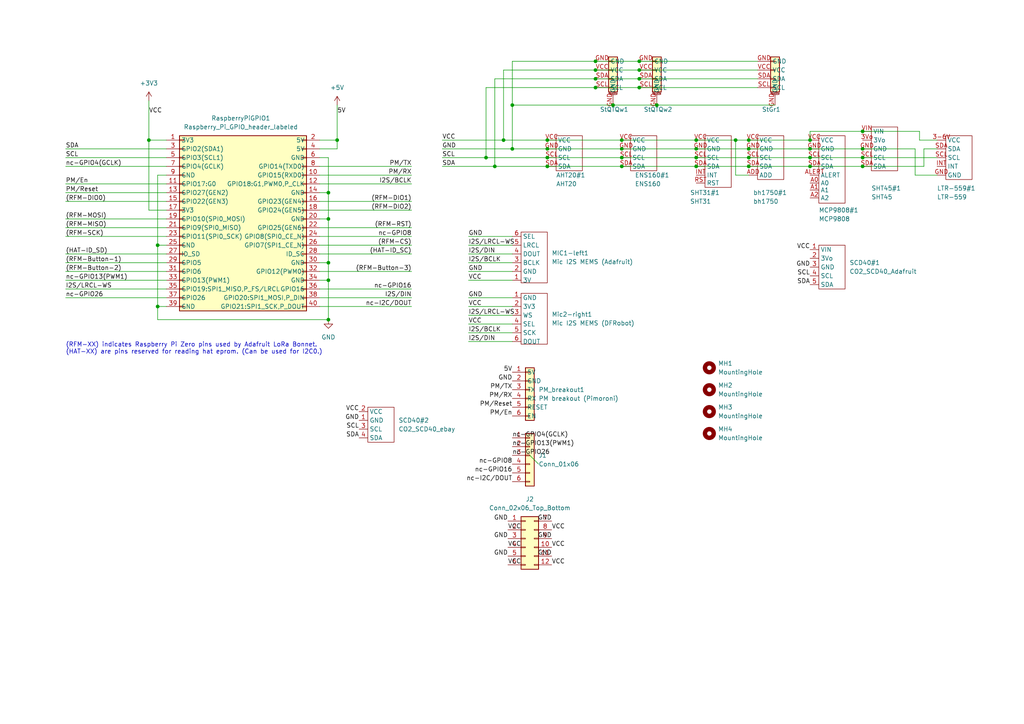
<source format=kicad_sch>
(kicad_sch (version 20230121) (generator eeschema)
  (paper "A4")
  (lib_symbols
    (symbol "Connector_Generic:Conn_01x06" (pin_names (offset 1.016) hide)
      (property "Reference" "J" (at 0 7.62 0))
      (property "Value" "Conn_01x06" (at 0 -10.16 0))
      (symbol "Conn_01x06_1_1"
        (rectangle (start -1.27 -7.493) (end 0 -7.747) (stroke (width 0.1524)))
        (rectangle (start -1.27 -4.953) (end 0 -5.207) (stroke (width 0.1524)))
        (rectangle (start -1.27 -2.413) (end 0 -2.667) (stroke (width 0.1524)))
        (rectangle (start -1.27 0.127) (end 0 -0.127) (stroke (width 0.1524)))
        (rectangle (start -1.27 2.667) (end 0 2.413) (stroke (width 0.1524)))
        (rectangle (start -1.27 5.207) (end 0 4.953) (stroke (width 0.1524)))
        (rectangle (start -1.27 6.35) (end 1.27 -8.89) (stroke (width 0.254)) (fill (type background)))
        (pin passive line (at -5.08 5.08 0) (length 3.81) (name "Pin_1") (number "1"))
        (pin passive line (at -5.08 2.54 0) (length 3.81) (name "Pin_2") (number "2"))
        (pin passive line (at -5.08 0 0) (length 3.81) (name "Pin_3") (number "3"))
        (pin passive line (at -5.08 -2.54 0) (length 3.81) (name "Pin_4") (number "4"))
        (pin passive line (at -5.08 -5.08 0) (length 3.81) (name "Pin_5") (number "5"))
        (pin passive line (at -5.08 -7.62 0) (length 3.81) (name "Pin_6") (number "6"))
      )
    )
    (symbol "Connector_Generic:Conn_02x06_Top_Bottom" (pin_names (offset 1.016) hide)
      (property "Reference" "J" (at 1.27 7.62 0))
      (property "Value" "Conn_02x06_Top_Bottom" (at 1.27 -10.16 0))
      (symbol "Conn_02x06_Top_Bottom_1_1"
        (rectangle (start -1.27 -7.493) (end 0 -7.747) (stroke (width 0.1524)))
        (rectangle (start -1.27 -4.953) (end 0 -5.207) (stroke (width 0.1524)))
        (rectangle (start -1.27 -2.413) (end 0 -2.667) (stroke (width 0.1524)))
        (rectangle (start -1.27 0.127) (end 0 -0.127) (stroke (width 0.1524)))
        (rectangle (start -1.27 2.667) (end 0 2.413) (stroke (width 0.1524)))
        (rectangle (start -1.27 5.207) (end 0 4.953) (stroke (width 0.1524)))
        (rectangle (start -1.27 6.35) (end 3.81 -8.89) (stroke (width 0.254)) (fill (type background)))
        (rectangle (start 3.81 -7.493) (end 2.54 -7.747) (stroke (width 0.1524)))
        (rectangle (start 3.81 -4.953) (end 2.54 -5.207) (stroke (width 0.1524)))
        (rectangle (start 3.81 -2.413) (end 2.54 -2.667) (stroke (width 0.1524)))
        (rectangle (start 3.81 0.127) (end 2.54 -0.127) (stroke (width 0.1524)))
        (rectangle (start 3.81 2.667) (end 2.54 2.413) (stroke (width 0.1524)))
        (rectangle (start 3.81 5.207) (end 2.54 4.953) (stroke (width 0.1524)))
        (pin passive line (at -5.08 5.08 0) (length 3.81) (name "Pin_1") (number "1"))
        (pin passive line (at 7.62 -2.54 180) (length 3.81) (name "Pin_10") (number "10"))
        (pin passive line (at 7.62 -5.08 180) (length 3.81) (name "Pin_11") (number "11"))
        (pin passive line (at 7.62 -7.62 180) (length 3.81) (name "Pin_12") (number "12"))
        (pin passive line (at -5.08 2.54 0) (length 3.81) (name "Pin_2") (number "2"))
        (pin passive line (at -5.08 0 0) (length 3.81) (name "Pin_3") (number "3"))
        (pin passive line (at -5.08 -2.54 0) (length 3.81) (name "Pin_4") (number "4"))
        (pin passive line (at -5.08 -5.08 0) (length 3.81) (name "Pin_5") (number "5"))
        (pin passive line (at -5.08 -7.62 0) (length 3.81) (name "Pin_6") (number "6"))
        (pin passive line (at 7.62 5.08 180) (length 3.81) (name "Pin_7") (number "7"))
        (pin passive line (at 7.62 2.54 180) (length 3.81) (name "Pin_8") (number "8"))
        (pin passive line (at 7.62 0 180) (length 3.81) (name "Pin_9") (number "9"))
      )
    )
    (symbol "Mechanical:MountingHole" (pin_names (offset 1.016))
      (property "Reference" "H" (at 0 5.08 0))
      (property "Value" "MountingHole" (at 0 3.175 0))
      (symbol "MountingHole_0_1"
        (circle (center 0 0) (radius 1.27) (stroke (width 1.27)))
      )
    )
    (symbol "Sensor_footprints:AHT20"
      (property "Reference" "AHT20#" (at 2.54 -11.43 0))
      (property "Value" "AHT20" (at 2.54 -16.51 0))
      (symbol "AHT20_0_1"
        (rectangle (start 0 0) (end 7.62 -10.16))
      )
      (symbol "AHT20_1_1"
        (pin input line (at -2.54 -3.81 0) (length 2.54) (name "GND") (number "GND"))
        (pin bidirectional line (at -2.54 -6.35 0) (length 2.54) (name "SCL") (number "SCL"))
        (pin bidirectional line (at -2.54 -8.89 0) (length 2.54) (name "SDA") (number "SDA"))
        (pin input line (at -2.54 -1.27 0) (length 2.54) (name "VCC") (number "VCC"))
      )
    )
    (symbol "Sensor_footprints:CO2_SCD40_Adafruit"
      (property "Reference" "SCD40#" (at 2.794 -13.716 0))
      (property "Value" "CO2_SCD40_Adafruit" (at 2.032 -15.494 0))
      (symbol "CO2_SCD40_Adafruit_0_1"
        (rectangle (start 0 0) (end 7.62 -12.7))
      )
      (symbol "CO2_SCD40_Adafruit_1_1"
        (pin input line (at -2.54 -1.27 0) (length 2.54) (name "VIN") (number "1"))
        (pin output line (at -2.54 -3.81 0) (length 2.54) (name "3Vo") (number "2"))
        (pin input line (at -2.54 -6.35 0) (length 2.54) (name "GND") (number "3"))
        (pin bidirectional line (at -2.54 -8.89 0) (length 2.54) (name "SCL") (number "4"))
        (pin bidirectional line (at -2.54 -11.43 0) (length 2.54) (name "SDA") (number "5"))
      )
    )
    (symbol "Sensor_footprints:CO2_SCD40_ebay"
      (property "Reference" "SCD40#" (at 2.54 -11.43 0))
      (property "Value" "CO2_SCD40_ebay" (at 2.54 -16.51 0))
      (symbol "CO2_SCD40_ebay_0_1"
        (rectangle (start 0 0) (end 7.62 -10.16))
      )
      (symbol "CO2_SCD40_ebay_1_1"
        (pin input line (at -2.54 -3.81 0) (length 2.54) (name "GND") (number "1"))
        (pin input line (at -2.54 -1.27 0) (length 2.54) (name "VCC") (number "2"))
        (pin bidirectional line (at -2.54 -6.35 0) (length 2.54) (name "SCL") (number "3"))
        (pin bidirectional line (at -2.54 -8.89 0) (length 2.54) (name "SDA") (number "4"))
      )
    )
    (symbol "Sensor_footprints:ENS160"
      (property "Reference" "ENS160#" (at 1.905 -11.43 0))
      (property "Value" "ENS160" (at 1.27 -13.335 0))
      (symbol "ENS160_0_1"
        (rectangle (start 0 0) (end 7.62 -10.16))
      )
      (symbol "ENS160_1_1"
        (pin input line (at -2.54 -3.81 0) (length 2.54) (name "GND") (number "GND"))
        (pin bidirectional line (at -2.54 -6.35 0) (length 2.54) (name "SCL") (number "SCL"))
        (pin bidirectional line (at -2.54 -8.89 0) (length 2.54) (name "SDA") (number "SDA"))
        (pin input line (at -2.54 -1.27 0) (length 2.54) (name "VCC") (number "VCC"))
      )
    )
    (symbol "Sensor_footprints:LTR-559"
      (property "Reference" "LTR-559#" (at 4.572 -13.716 0))
      (property "Value" "LTR-559" (at 4.064 -15.494 0))
      (symbol "LTR-559_0_1"
        (rectangle (start 0 0) (end 7.62 -12.7))
      )
      (symbol "LTR-559_1_1"
        (pin input line (at -2.54 -1.27 0) (length 2.54) (name "VCC") (number "3-6V"))
        (pin input line (at -2.54 -11.43 0) (length 2.54) (name "GND") (number "GND"))
        (pin bidirectional line (at -2.54 -8.89 0) (length 2.54) (name "INT") (number "INT"))
        (pin bidirectional line (at -2.54 -6.35 0) (length 2.54) (name "SCL") (number "SCL"))
        (pin bidirectional line (at -2.54 -3.81 0) (length 2.54) (name "SDA") (number "SDA"))
      )
    )
    (symbol "Sensor_footprints:MCP9808"
      (property "Reference" "MCP9808#" (at 4.826 -21.336 0))
      (property "Value" "MCP9808" (at 4.318 -23.368 0))
      (symbol "MCP9808_0_1"
        (rectangle (start 0 0) (end 7.62 -19.558))
      )
      (symbol "MCP9808_1_1"
        (pin bidirectional line (at -2.54 -13.716 0) (length 2.54) (name "A0") (number "A0"))
        (pin bidirectional line (at -2.54 -15.748 0) (length 2.54) (name "A1") (number "A1"))
        (pin bidirectional line (at -2.54 -18.034 0) (length 2.54) (name "A2") (number "A2"))
        (pin bidirectional line (at -2.54 -11.43 0) (length 2.54) (name "ALERT") (number "ALERT"))
        (pin input line (at -2.54 -3.81 0) (length 2.54) (name "GND") (number "GND"))
        (pin bidirectional line (at -2.54 -6.35 0) (length 2.54) (name "SCL") (number "SCL"))
        (pin bidirectional line (at -2.54 -8.89 0) (length 2.54) (name "SDA") (number "SDA"))
        (pin input line (at -2.54 -1.27 0) (length 2.54) (name "VCC") (number "VCC"))
      )
    )
    (symbol "Sensor_footprints:Mic I2S MEMS (Adafruit)"
      (property "Reference" "MIC" (at 0.508 -16.002 0))
      (property "Value" "Mic I2S MEMS (Adafruit)" (at 2.54 -18.288 0))
      (symbol "Mic I2S MEMS (Adafruit)_0_1"
        (rectangle (start 0 0) (end 7.62 -14.732))
      )
      (symbol "Mic I2S MEMS (Adafruit)_1_1"
        (pin bidirectional line (at -2.54 -13.97 0) (length 2.54) (name "3V") (number "1"))
        (pin bidirectional line (at -2.54 -11.43 0) (length 2.54) (name "GND") (number "2"))
        (pin input line (at -2.54 -8.89 0) (length 2.54) (name "BCLK") (number "3"))
        (pin input line (at -2.54 -6.35 0) (length 2.54) (name "DOUT") (number "4"))
        (pin input line (at -2.54 -3.81 0) (length 2.54) (name "LRCL") (number "5"))
        (pin input line (at -2.54 -1.27 0) (length 2.54) (name "SEL") (number "6"))
      )
    )
    (symbol "Sensor_footprints:Mic I2S MEMS (DFRobot)"
      (property "Reference" "IS2_MEMS_DFROBOT" (at 1.27 -17.018 0))
      (property "Value" "Mic I2S MEMS (DFRobot)" (at 1.27 -22.098 0))
      (symbol "Mic I2S MEMS (DFRobot)_0_1"
        (rectangle (start 0 0) (end 7.62 -14.732))
      )
      (symbol "Mic I2S MEMS (DFRobot)_1_1"
        (pin input line (at -2.54 -1.27 0) (length 2.54) (name "GND") (number "1"))
        (pin input line (at -2.54 -3.81 0) (length 2.54) (name "3V3") (number "2"))
        (pin input line (at -2.54 -6.35 0) (length 2.54) (name "WS") (number "3"))
        (pin input line (at -2.54 -8.89 0) (length 2.54) (name "SEL") (number "4"))
        (pin bidirectional line (at -2.54 -11.43 0) (length 2.54) (name "SCK") (number "5"))
        (pin bidirectional line (at -2.54 -13.97 0) (length 2.54) (name "DOUT") (number "6"))
      )
    )
    (symbol "Sensor_footprints:Raspberry_Pi_GPIO_labeled"
      (property "Reference" "RaspberryPiGPIO" (at 0.508 -52.324 0))
      (property "Value" "Raspberry_Pi_GPIO_header_labeled" (at -1.27 5.334 0))
      (symbol "Raspberry_Pi_GPIO_labeled_0_0"
        (text "" (at -19.812 -9.652 0) (effects (font (size 1.27 1.27))))
      )
      (symbol "Raspberry_Pi_GPIO_labeled_1_1"
        (rectangle (start 0 -49.403) (end 1.27 -49.657) (stroke (width 0.1524)))
        (rectangle (start 0 -46.863) (end 1.27 -47.117) (stroke (width 0.1524)))
        (rectangle (start 0 -44.323) (end 1.27 -44.577) (stroke (width 0.1524)))
        (rectangle (start 0 -41.783) (end 1.27 -42.037) (stroke (width 0.1524)))
        (rectangle (start 0 -39.243) (end 1.27 -39.497) (stroke (width 0.1524)))
        (rectangle (start 0 -36.703) (end 1.27 -36.957) (stroke (width 0.1524)))
        (rectangle (start 0 -34.163) (end 1.27 -34.417) (stroke (width 0.1524)))
        (rectangle (start 0 -31.623) (end 1.27 -31.877) (stroke (width 0.1524)))
        (rectangle (start 0 -29.083) (end 1.27 -29.337) (stroke (width 0.1524)))
        (rectangle (start 0 -26.543) (end 1.27 -26.797) (stroke (width 0.1524)))
        (rectangle (start 0 -24.003) (end 1.27 -24.257) (stroke (width 0.1524)))
        (rectangle (start 0 -21.463) (end 1.27 -21.717) (stroke (width 0.1524)))
        (rectangle (start 0 -18.923) (end 1.27 -19.177) (stroke (width 0.1524)))
        (rectangle (start 0 -16.383) (end 1.27 -16.637) (stroke (width 0.1524)))
        (rectangle (start 0 -13.843) (end 1.27 -14.097) (stroke (width 0.1524)))
        (rectangle (start 0 -11.303) (end 1.27 -11.557) (stroke (width 0.1524)))
        (rectangle (start 0 -8.763) (end 1.27 -9.017) (stroke (width 0.1524)))
        (rectangle (start 0 -6.223) (end 1.27 -6.477) (stroke (width 0.1524)))
        (rectangle (start 0 -3.683) (end 1.27 -3.937) (stroke (width 0.1524)))
        (rectangle (start 0 -1.143) (end 1.27 -1.397) (stroke (width 0.1524)))
        (rectangle (start 0 0) (end 36.83 -50.8) (stroke (width 0.254)) (fill (type background)))
        (rectangle (start 35.5549 -1.1544) (end 36.8249 -1.4084) (stroke (width 0.1524)))
        (rectangle (start 36.8249 -49.4144) (end 35.5549 -49.6684) (stroke (width 0.1524)))
        (rectangle (start 36.8249 -46.8744) (end 35.5549 -47.1284) (stroke (width 0.1524)))
        (rectangle (start 36.8249 -44.3344) (end 35.5549 -44.5884) (stroke (width 0.1524)))
        (rectangle (start 36.8249 -41.7944) (end 35.5549 -42.0484) (stroke (width 0.1524)))
        (rectangle (start 36.8249 -39.2544) (end 35.5549 -39.5084) (stroke (width 0.1524)))
        (rectangle (start 36.8249 -36.7144) (end 35.5549 -36.9684) (stroke (width 0.1524)))
        (rectangle (start 36.8249 -34.1744) (end 35.5549 -34.4284) (stroke (width 0.1524)))
        (rectangle (start 36.8249 -31.6344) (end 35.5549 -31.8884) (stroke (width 0.1524)))
        (rectangle (start 36.8249 -29.0944) (end 35.5549 -29.3484) (stroke (width 0.1524)))
        (rectangle (start 36.8249 -26.5544) (end 35.5549 -26.8084) (stroke (width 0.1524)))
        (rectangle (start 36.8249 -24.0144) (end 35.5549 -24.2684) (stroke (width 0.1524)))
        (rectangle (start 36.8249 -21.4744) (end 35.5549 -21.7284) (stroke (width 0.1524)))
        (rectangle (start 36.8249 -18.9344) (end 35.5549 -19.1884) (stroke (width 0.1524)))
        (rectangle (start 36.8249 -16.3944) (end 35.5549 -16.6484) (stroke (width 0.1524)))
        (rectangle (start 36.8249 -13.8544) (end 35.5549 -14.1084) (stroke (width 0.1524)))
        (rectangle (start 36.8249 -11.3144) (end 35.5549 -11.5684) (stroke (width 0.1524)))
        (rectangle (start 36.8249 -8.7744) (end 35.5549 -9.0284) (stroke (width 0.1524)))
        (rectangle (start 36.8249 -6.2344) (end 35.5549 -6.4884) (stroke (width 0.1524)))
        (rectangle (start 36.8249 -3.6944) (end 35.5549 -3.9484) (stroke (width 0.1524)))
        (pin passive line (at -3.81 -1.27 0) (length 3.81) (name "3V3") (number "1"))
        (pin passive line (at 40.64 -11.43 180) (length 3.81) (name "GPIO15(RXD0)") (number "10"))
        (pin passive line (at -3.81 -13.97 0) (length 3.81) (name "GPIO17:G0") (number "11"))
        (pin passive line (at 40.64 -13.97 180) (length 3.81) (name "GPIO18:G1,PWM0,P_CLK") (number "12"))
        (pin passive line (at -3.81 -16.51 0) (length 3.81) (name "GPIO27(GEN2)") (number "13"))
        (pin passive line (at 40.64 -16.51 180) (length 3.81) (name "GND") (number "14"))
        (pin passive line (at -3.81 -19.05 0) (length 3.81) (name "GPIO22(GEN3)") (number "15"))
        (pin passive line (at 40.64 -19.05 180) (length 3.81) (name "GPIO23(GEN4)") (number "16"))
        (pin passive line (at -3.81 -21.59 0) (length 3.81) (name "3V3") (number "17"))
        (pin passive line (at 40.64 -21.59 180) (length 3.81) (name "GPIO24(GEN5)") (number "18"))
        (pin passive line (at -3.81 -24.13 0) (length 3.81) (name "GPIO10(SPI0_MOSI)") (number "19"))
        (pin passive line (at 40.64 -1.27 180) (length 3.81) (name "5V") (number "2"))
        (pin passive line (at 40.64 -24.13 180) (length 3.81) (name "GND") (number "20"))
        (pin passive line (at -3.81 -26.67 0) (length 3.81) (name "GPIO9(SPI0_MISO)") (number "21"))
        (pin passive line (at 40.64 -26.67 180) (length 3.81) (name "GPIO25(GEN6)") (number "22"))
        (pin passive line (at -3.81 -29.21 0) (length 3.81) (name "GPIO11(SPI0_SCK)") (number "23"))
        (pin passive line (at 40.64 -29.21 180) (length 3.81) (name "GPIO8(SPI0_CE_N)") (number "24"))
        (pin passive line (at -3.81 -31.75 0) (length 3.81) (name "GND") (number "25"))
        (pin passive line (at 40.64 -31.75 180) (length 3.81) (name "GPIO7(SPI1_CE_N)") (number "26"))
        (pin passive line (at -3.81 -34.29 0) (length 3.81) (name "ID_SD") (number "27"))
        (pin passive line (at 40.64 -34.29 180) (length 3.81) (name "ID_SC") (number "28"))
        (pin passive line (at -3.81 -36.83 0) (length 3.81) (name "GPIO5") (number "29"))
        (pin passive line (at -3.81 -3.81 0) (length 3.81) (name "GPIO2(SDA1)") (number "3"))
        (pin passive line (at 40.64 -36.83 180) (length 3.81) (name "GND") (number "30"))
        (pin passive line (at -3.81 -39.37 0) (length 3.81) (name "GPIO6") (number "31"))
        (pin passive line (at 40.64 -39.37 180) (length 3.81) (name "GPIO12(PWM0)") (number "32"))
        (pin passive line (at -3.81 -41.91 0) (length 3.81) (name "GPIO13(PWM1)") (number "33"))
        (pin passive line (at 40.64 -41.91 180) (length 3.81) (name "GND") (number "34"))
        (pin passive line (at -3.81 -44.45 0) (length 3.81) (name "GPIO19:SPI1_MISO,P_FS/LRCL") (number "35"))
        (pin passive line (at 40.64 -44.45 180) (length 3.81) (name "GPIO16") (number "36"))
        (pin passive line (at -3.81 -46.99 0) (length 3.81) (name "GPIO26") (number "37"))
        (pin passive line (at 40.64 -46.99 180) (length 3.81) (name "GPIO20:SPI1_MOSI,P_DIN") (number "38"))
        (pin passive line (at -3.81 -49.53 0) (length 3.81) (name "GND") (number "39"))
        (pin passive line (at 40.64 -3.81 180) (length 3.81) (name "5V") (number "4"))
        (pin passive line (at 40.64 -49.53 180) (length 3.81) (name "GPIO21:SPI1_SCK,P_DOUT") (number "40"))
        (pin passive line (at -3.81 -6.35 0) (length 3.81) (name "GPIO3(SCL1)") (number "5"))
        (pin passive line (at 40.64 -6.35 180) (length 3.81) (name "GND") (number "6"))
        (pin passive line (at -3.81 -8.89 0) (length 3.81) (name "GPIO4(GCLK)") (number "7"))
        (pin passive line (at 40.64 -8.89 180) (length 3.81) (name "GPIO14(TXD0)") (number "8"))
        (pin passive line (at -3.81 -11.43 0) (length 3.81) (name "GND") (number "9"))
      )
    )
    (symbol "Sensor_footprints:SHT31"
      (property "Reference" "SHT31#" (at 0.762 -16.256 0))
      (property "Value" "SHT31" (at 0 -18.288 0))
      (symbol "SHT31_0_1"
        (rectangle (start 0 0) (end 7.62 -14.986))
      )
      (symbol "SHT31_1_1"
        (pin input line (at -2.54 -3.81 0) (length 2.54) (name "GND") (number "GND"))
        (pin bidirectional line (at -2.54 -11.43 0) (length 2.54) (name "INT") (number "INT"))
        (pin bidirectional line (at -2.54 -13.716 0) (length 2.54) (name "RST") (number "RST"))
        (pin bidirectional line (at -2.54 -6.35 0) (length 2.54) (name "SCL") (number "SCL"))
        (pin bidirectional line (at -2.54 -8.89 0) (length 2.54) (name "SDA") (number "SDA"))
        (pin input line (at -2.54 -1.27 0) (length 2.54) (name "VCC") (number "VCC"))
      )
    )
    (symbol "Sensor_footprints:SHT45"
      (property "Reference" "SHT45#" (at 2.794 -13.716 0))
      (property "Value" "SHT45" (at 2.032 -15.494 0))
      (symbol "SHT45_0_1"
        (rectangle (start 0 0) (end 7.62 -12.7))
      )
      (symbol "SHT45_1_1"
        (pin output line (at -2.54 -3.81 0) (length 2.54) (name "3Vo") (number "3Vo"))
        (pin input line (at -2.54 -6.35 0) (length 2.54) (name "GND") (number "GND"))
        (pin bidirectional line (at -2.54 -8.89 0) (length 2.54) (name "SCL") (number "SCL"))
        (pin bidirectional line (at -2.54 -11.43 0) (length 2.54) (name "SDA") (number "SDA"))
        (pin input line (at -2.54 -1.27 0) (length 2.54) (name "VIN") (number "VIN"))
      )
    )
    (symbol "Sensor_footprints:Stemma-Grove (full size, horizontal)"
      (property "Reference" "StGr#" (at 7.366 -12.7 0))
      (property "Value" "Stemma-Grove (full size, horizontal)" (at 22.606 -14.732 0))
      (symbol "Stemma-Grove (full size, horizontal)_1_1"
        (rectangle (start 0 -8.763) (end 1.27 -9.017) (stroke (width 0.1524)))
        (rectangle (start 0 -6.223) (end 1.27 -6.477) (stroke (width 0.1524)))
        (rectangle (start 0 -3.683) (end 1.27 -3.937) (stroke (width 0.1524)))
        (rectangle (start 0 -1.143) (end 1.27 -1.397) (stroke (width 0.1524)))
        (polyline (pts (xy 0.254 -10.922) (xy 2.286 -10.922)) (stroke (width 0.1524)))
        (rectangle (start 0 0) (end 2.54 -10.16) (stroke (width 0.254)) (fill (type background)))
        (text "Mounting" (at 1.27 -10.541 0) (effects (font (size 0.381 0.381))))
        (pin input line (at -3.81 -1.27 0) (length 3.81) (name "GND") (number "GND"))
        (pin passive line (at 1.27 -13.97 90) (length 3.048) (name "GND") (number "GND"))
        (pin bidirectional line (at -3.81 -8.89 0) (length 3.81) (name "SCL") (number "SCL"))
        (pin bidirectional line (at -3.81 -6.35 0) (length 3.81) (name "SDA") (number "SDA"))
        (pin input line (at -3.81 -3.81 0) (length 3.81) (name "VCC") (number "VCC"))
      )
    )
    (symbol "Sensor_footprints:StemmaQT-Qwiic (horizontal)"
      (property "Reference" "StQTQw#" (at 6.096 -12.7 0))
      (property "Value" "StemmaQT-Qwiic (horizontal)" (at 16.256 -14.986 0))
      (symbol "StemmaQT-Qwiic (horizontal)_1_1"
        (rectangle (start 0 -8.763) (end 1.27 -9.017) (stroke (width 0.1524)))
        (rectangle (start 0 -6.223) (end 1.27 -6.477) (stroke (width 0.1524)))
        (rectangle (start 0 -3.683) (end 1.27 -3.937) (stroke (width 0.1524)))
        (rectangle (start 0 -1.143) (end 1.27 -1.397) (stroke (width 0.1524)))
        (polyline (pts (xy 0.254 -10.922) (xy 2.286 -10.922)) (stroke (width 0.1524)))
        (rectangle (start 0 0) (end 2.54 -10.16) (stroke (width 0.254)) (fill (type background)))
        (text "Mounting" (at 1.27 -10.541 0) (effects (font (size 0.381 0.381))))
        (pin input line (at -3.81 -1.27 0) (length 3.81) (name "GND") (number "GND"))
        (pin passive line (at 1.27 -13.97 90) (length 3.048) (name "GND") (number "GND"))
        (pin bidirectional line (at -3.81 -8.89 0) (length 3.81) (name "SCL") (number "SCL"))
        (pin bidirectional line (at -3.81 -6.35 0) (length 3.81) (name "SDA") (number "SDA"))
        (pin input line (at -3.81 -3.81 0) (length 3.81) (name "VCC") (number "VCC"))
      )
    )
    (symbol "Sensor_footprints:bh1750"
      (property "Reference" "bh1750#" (at 4.064 -13.97 0))
      (property "Value" "bh1750" (at 3.556 -15.748 0))
      (symbol "bh1750_0_1"
        (rectangle (start 0 0) (end 7.62 -12.7))
      )
      (symbol "bh1750_1_1"
        (pin bidirectional line (at -2.54 -11.43 0) (length 2.54) (name "ADD") (number "ADD"))
        (pin input line (at -2.54 -3.81 0) (length 2.54) (name "GND") (number "GND"))
        (pin bidirectional line (at -2.54 -6.35 0) (length 2.54) (name "SCL") (number "SCL"))
        (pin bidirectional line (at -2.54 -8.89 0) (length 2.54) (name "SDA") (number "SDA"))
        (pin input line (at -2.54 -1.27 0) (length 2.54) (name "VCC") (number "VCC"))
      )
    )
    (symbol "Sensor_footprints:pm_breakout_(Pimoroni)"
      (property "Reference" "PM_breakout" (at 0.508 -17.272 0))
      (property "Value" "PM breakout (Pimoroni)" (at 6.096 -19.304 0))
      (symbol "pm_breakout_(Pimoroni)_1_1"
        (rectangle (start 0 -13.843) (end 1.27 -14.097) (stroke (width 0.1524)))
        (rectangle (start 0 -11.303) (end 1.27 -11.557) (stroke (width 0.1524)))
        (rectangle (start 0 -8.763) (end 1.27 -9.017) (stroke (width 0.1524)))
        (rectangle (start 0 -6.223) (end 1.27 -6.477) (stroke (width 0.1524)))
        (rectangle (start 0 -3.683) (end 1.27 -3.937) (stroke (width 0.1524)))
        (rectangle (start 0 -1.143) (end 1.27 -1.397) (stroke (width 0.1524)))
        (rectangle (start 0 0) (end 2.54 -15.24) (stroke (width 0.254)) (fill (type background)))
        (pin passive line (at -3.81 -1.27 0) (length 3.81) (name "5V") (number "1"))
        (pin passive line (at -3.81 -3.81 0) (length 3.81) (name "GND") (number "2"))
        (pin passive line (at -3.81 -6.35 0) (length 3.81) (name "TX") (number "3"))
        (pin passive line (at -3.81 -8.89 0) (length 3.81) (name "RX") (number "4"))
        (pin passive line (at -3.81 -11.43 0) (length 3.81) (name "RESET") (number "5"))
        (pin passive line (at -3.81 -13.97 0) (length 3.81) (name "EN") (number "6"))
      )
    )
    (symbol "StemmaQT-Qwiic (horizontal)_1"
      (property "Reference" "StQTQw#" (at 6.096 -12.7 0))
      (property "Value" "StemmaQT-Qwiic (horizontal)" (at 16.256 -14.986 0))
      (symbol "StemmaQT-Qwiic (horizontal)_1_1_1"
        (rectangle (start 0 -8.763) (end 1.27 -9.017) (stroke (width 0.1524)))
        (rectangle (start 0 -6.223) (end 1.27 -6.477) (stroke (width 0.1524)))
        (rectangle (start 0 -3.683) (end 1.27 -3.937) (stroke (width 0.1524)))
        (rectangle (start 0 -1.143) (end 1.27 -1.397) (stroke (width 0.1524)))
        (polyline (pts (xy 0.254 -10.922) (xy 2.286 -10.922)) (stroke (width 0.1524)))
        (rectangle (start 0 0) (end 2.54 -10.16) (stroke (width 0.254)) (fill (type background)))
        (text "Mounting" (at 1.27 -10.541 0) (effects (font (size 0.381 0.381))))
        (pin input line (at -3.81 -1.27 0) (length 3.81) (name "GND") (number "GND"))
        (pin passive line (at 1.27 -13.97 90) (length 3.048) (name "GND") (number "GND"))
        (pin bidirectional line (at -3.81 -8.89 0) (length 3.81) (name "SCL") (number "SCL"))
        (pin bidirectional line (at -3.81 -6.35 0) (length 3.81) (name "SDA") (number "SDA"))
        (pin input line (at -3.81 -3.81 0) (length 3.81) (name "VCC") (number "VCC"))
      )
    )
    (symbol "power:+3V3" (power) (pin_names (offset 0))
      (property "Value" "+3V3" (at 0 3.556 0))
      (symbol "+3V3_0_1"
        (polyline (pts (xy -0.762 1.27) (xy 0 2.54)))
        (polyline (pts (xy 0 0) (xy 0 2.54)))
        (polyline (pts (xy 0 2.54) (xy 0.762 1.27)))
      )
      (symbol "+3V3_1_1"
        (pin power_in line (at 0 0 90) (length 0) hide (name "+3V3") (number "1"))
      )
    )
    (symbol "power:+5V" (power) (pin_names (offset 0))
      (property "Value" "+5V" (at 0 3.556 0))
      (symbol "+5V_0_1"
        (polyline (pts (xy -0.762 1.27) (xy 0 2.54)))
        (polyline (pts (xy 0 0) (xy 0 2.54)))
        (polyline (pts (xy 0 2.54) (xy 0.762 1.27)))
      )
      (symbol "+5V_1_1"
        (pin power_in line (at 0 0 90) (length 0) hide (name "+5V") (number "1"))
      )
    )
    (symbol "power:GND" (power) (pin_names (offset 0))
      (property "Value" "GND" (at 0 -3.81 0))
      (symbol "GND_0_1"
        (polyline (pts (xy 0 0) (xy 0 -1.27) (xy 1.27 -1.27) (xy 0 -2.54) (xy -1.27 -1.27) (xy 0 -1.27)))
      )
      (symbol "GND_1_1"
        (pin power_in line (at 0 0 270) (length 0) hide (name "GND") (number "1"))
      )
    )
  )
  (junction (at 201.93 40.64))
  (junction (at 158.75 40.64))
  (junction (at 172.72 22.86))
  (junction (at 140.97 45.72))
  (junction (at 190.5 30.48))
  (junction (at 45.72 88.9))
  (junction (at 217.17 43.18))
  (junction (at 180.34 40.64))
  (junction (at 177.8 30.48))
  (junction (at 148.59 43.18))
  (junction (at 185.42 20.32))
  (junction (at 158.75 43.18))
  (junction (at 201.93 45.72))
  (junction (at 158.75 45.72))
  (junction (at 234.95 43.18))
  (junction (at 234.95 48.26))
  (junction (at 217.17 48.26))
  (junction (at 250.19 45.72))
  (junction (at 172.72 17.78))
  (junction (at 97.79 40.64))
  (junction (at 201.93 48.26))
  (junction (at 43.18 40.64))
  (junction (at 185.42 25.4))
  (junction (at 217.17 45.72))
  (junction (at 95.25 81.28))
  (junction (at 180.34 43.18))
  (junction (at 250.19 38.1))
  (junction (at 45.72 71.12))
  (junction (at 185.42 22.86))
  (junction (at 95.25 76.2))
  (junction (at 143.51 48.26))
  (junction (at 95.25 63.5))
  (junction (at 201.93 43.18))
  (junction (at 180.34 45.72))
  (junction (at 146.05 40.64))
  (junction (at 95.25 55.88))
  (junction (at 250.19 43.18))
  (junction (at 217.17 40.64))
  (junction (at 95.25 92.71))
  (junction (at 148.59 30.48))
  (junction (at 234.95 40.64))
  (junction (at 234.95 45.72))
  (junction (at 172.72 20.32))
  (junction (at 213.36 40.64))
  (junction (at 172.72 25.4))
  (junction (at 180.34 48.26))
  (junction (at 250.19 48.26))
  (junction (at 185.42 17.78))
  (junction (at 158.75 48.26))
  (bus_entry (at 153.67 132.08) (size 2.54 2.54))
  (wire (pts (xy 48.26 63.5) (xy 19.05 63.5)))
  (wire (pts (xy 190.5 30.48) (xy 224.79 30.48)))
  (wire (pts (xy 92.71 68.58) (xy 119.38 68.58)))
  (wire (pts (xy 19.05 66.04) (xy 48.26 66.04)))
  (wire (pts (xy 143.51 48.26) (xy 143.51 22.86)))
  (wire (pts (xy 180.34 40.64) (xy 201.93 40.64)))
  (wire (pts (xy 180.34 48.26) (xy 201.93 48.26)))
  (wire (pts (xy 148.59 17.78) (xy 172.72 17.78)))
  (wire (pts (xy 158.75 45.72) (xy 180.34 45.72)))
  (wire (pts (xy 135.89 71.12) (xy 148.59 71.12)))
  (wire (pts (xy 43.18 40.64) (xy 43.18 60.96)))
  (wire (pts (xy 92.71 66.04) (xy 119.38 66.04)))
  (wire (pts (xy 95.25 81.28) (xy 95.25 92.71)))
  (wire (pts (xy 201.93 40.64) (xy 213.36 40.64)))
  (wire (pts (xy 19.05 48.26) (xy 48.26 48.26)))
  (wire (pts (xy 128.27 40.64) (xy 146.05 40.64)))
  (wire (pts (xy 19.05 68.58) (xy 48.26 68.58)))
  (wire (pts (xy 135.89 96.52) (xy 148.59 96.52)))
  (wire (pts (xy 185.42 22.86) (xy 219.71 22.86)))
  (wire (pts (xy 158.75 40.64) (xy 180.34 40.64)))
  (wire (pts (xy 19.05 55.88) (xy 48.26 55.88)))
  (wire (pts (xy 148.59 30.48) (xy 148.59 43.18)))
  (wire (pts (xy 45.72 50.8) (xy 45.72 71.12)))
  (wire (pts (xy 158.75 48.26) (xy 180.34 48.26)))
  (wire (pts (xy 43.18 60.96) (xy 48.26 60.96)))
  (wire (pts (xy 135.89 76.2) (xy 148.59 76.2)))
  (wire (pts (xy 234.95 43.18) (xy 250.19 43.18)))
  (wire (pts (xy 234.95 48.26) (xy 250.19 48.26)))
  (wire (pts (xy 217.17 40.64) (xy 234.95 40.64)))
  (wire (pts (xy 250.19 43.18) (xy 265.43 43.18)))
  (wire (pts (xy 135.89 78.74) (xy 148.59 78.74)))
  (wire (pts (xy 201.93 48.26) (xy 217.17 48.26)))
  (wire (pts (xy 172.72 25.4) (xy 185.42 25.4)))
  (wire (pts (xy 234.95 45.72) (xy 250.19 45.72)))
  (wire (pts (xy 135.89 93.98) (xy 148.59 93.98)))
  (wire (pts (xy 97.79 40.64) (xy 92.71 40.64)))
  (wire (pts (xy 92.71 86.36) (xy 119.38 86.36)))
  (wire (pts (xy 95.25 76.2) (xy 95.25 81.28)))
  (wire (pts (xy 97.79 43.18) (xy 92.71 43.18)))
  (wire (pts (xy 135.89 73.66) (xy 148.59 73.66)))
  (wire (pts (xy 140.97 25.4) (xy 172.72 25.4)))
  (wire (pts (xy 180.34 43.18) (xy 201.93 43.18)))
  (wire (pts (xy 135.89 99.06) (xy 148.59 99.06)))
  (wire (pts (xy 148.59 30.48) (xy 148.59 17.78)))
  (wire (pts (xy 95.25 76.2) (xy 92.71 76.2)))
  (wire (pts (xy 95.25 81.28) (xy 92.71 81.28)))
  (wire (pts (xy 95.25 55.88) (xy 92.71 55.88)))
  (wire (pts (xy 135.89 81.28) (xy 148.59 81.28)))
  (wire (pts (xy 92.71 58.42) (xy 119.38 58.42)))
  (wire (pts (xy 92.71 88.9) (xy 119.38 88.9)))
  (wire (pts (xy 92.71 50.8) (xy 119.38 50.8)))
  (wire (pts (xy 234.95 38.1) (xy 250.19 38.1)))
  (wire (pts (xy 250.19 45.72) (xy 271.78 45.72)))
  (wire (pts (xy 92.71 53.34) (xy 119.38 53.34)))
  (wire (pts (xy 185.42 25.4) (xy 219.71 25.4)))
  (wire (pts (xy 45.72 92.71) (xy 95.25 92.71)))
  (wire (pts (xy 19.05 76.2) (xy 48.26 76.2)))
  (wire (pts (xy 265.43 50.8) (xy 265.43 43.18)))
  (wire (pts (xy 128.27 43.18) (xy 148.59 43.18)))
  (wire (pts (xy 267.97 43.18) (xy 267.97 48.26)))
  (wire (pts (xy 148.59 43.18) (xy 158.75 43.18)))
  (wire (pts (xy 45.72 88.9) (xy 45.72 92.71)))
  (wire (pts (xy 140.97 45.72) (xy 140.97 25.4)))
  (wire (pts (xy 92.71 73.66) (xy 119.38 73.66)))
  (wire (pts (xy 201.93 43.18) (xy 217.17 43.18)))
  (wire (pts (xy 92.71 71.12) (xy 119.38 71.12)))
  (wire (pts (xy 148.59 30.48) (xy 177.8 30.48)))
  (wire (pts (xy 43.18 40.64) (xy 48.26 40.64)))
  (wire (pts (xy 217.17 48.26) (xy 234.95 48.26)))
  (wire (pts (xy 97.79 30.48) (xy 97.79 40.64)))
  (wire (pts (xy 97.79 40.64) (xy 97.79 43.18)))
  (wire (pts (xy 19.05 45.72) (xy 48.26 45.72)))
  (wire (pts (xy 266.7 38.1) (xy 250.19 38.1)))
  (wire (pts (xy 140.97 45.72) (xy 158.75 45.72)))
  (wire (pts (xy 48.26 43.18) (xy 19.05 43.18)))
  (wire (pts (xy 19.05 78.74) (xy 48.26 78.74)))
  (wire (pts (xy 45.72 71.12) (xy 45.72 88.9)))
  (wire (pts (xy 172.72 17.78) (xy 185.42 17.78)))
  (wire (pts (xy 201.93 45.72) (xy 217.17 45.72)))
  (wire (pts (xy 128.27 45.72) (xy 140.97 45.72)))
  (wire (pts (xy 172.72 22.86) (xy 185.42 22.86)))
  (wire (pts (xy 45.72 71.12) (xy 48.26 71.12)))
  (wire (pts (xy 217.17 43.18) (xy 234.95 43.18)))
  (wire (pts (xy 92.71 78.74) (xy 119.38 78.74)))
  (wire (pts (xy 43.18 29.21) (xy 43.18 40.64)))
  (wire (pts (xy 95.25 63.5) (xy 95.25 76.2)))
  (wire (pts (xy 146.05 40.64) (xy 158.75 40.64)))
  (wire (pts (xy 217.17 45.72) (xy 234.95 45.72)))
  (wire (pts (xy 146.05 40.64) (xy 146.05 20.32)))
  (wire (pts (xy 271.78 43.18) (xy 267.97 43.18)))
  (wire (pts (xy 135.89 88.9) (xy 148.59 88.9)))
  (wire (pts (xy 95.25 63.5) (xy 92.71 63.5)))
  (wire (pts (xy 185.42 20.32) (xy 219.71 20.32)))
  (wire (pts (xy 172.72 20.32) (xy 185.42 20.32)))
  (wire (pts (xy 95.25 45.72) (xy 92.71 45.72)))
  (wire (pts (xy 48.26 73.66) (xy 19.05 73.66)))
  (wire (pts (xy 143.51 48.26) (xy 158.75 48.26)))
  (wire (pts (xy 271.78 50.8) (xy 265.43 50.8)))
  (wire (pts (xy 234.95 38.1) (xy 234.95 40.64)))
  (wire (pts (xy 19.05 58.42) (xy 48.26 58.42)))
  (wire (pts (xy 92.71 48.26) (xy 119.38 48.26)))
  (wire (pts (xy 19.05 83.82) (xy 48.26 83.82)))
  (wire (pts (xy 271.78 40.64) (xy 266.7 40.64)))
  (wire (pts (xy 135.89 86.36) (xy 148.59 86.36)))
  (wire (pts (xy 143.51 22.86) (xy 172.72 22.86)))
  (wire (pts (xy 180.34 45.72) (xy 201.93 45.72)))
  (wire (pts (xy 45.72 88.9) (xy 48.26 88.9)))
  (wire (pts (xy 92.71 83.82) (xy 119.38 83.82)))
  (wire (pts (xy 146.05 20.32) (xy 172.72 20.32)))
  (wire (pts (xy 92.71 60.96) (xy 119.38 60.96)))
  (wire (pts (xy 213.36 40.64) (xy 217.17 40.64)))
  (wire (pts (xy 128.27 48.26) (xy 143.51 48.26)))
  (wire (pts (xy 158.75 43.18) (xy 180.34 43.18)))
  (wire (pts (xy 213.36 40.64) (xy 213.36 50.8)))
  (wire (pts (xy 48.26 53.34) (xy 19.05 53.34)))
  (wire (pts (xy 95.25 45.72) (xy 95.25 55.88)))
  (wire (pts (xy 45.72 50.8) (xy 48.26 50.8)))
  (wire (pts (xy 48.26 81.28) (xy 19.05 81.28)))
  (wire (pts (xy 135.89 68.58) (xy 148.59 68.58)))
  (wire (pts (xy 95.25 55.88) (xy 95.25 63.5)))
  (wire (pts (xy 135.89 91.44) (xy 148.59 91.44)))
  (wire (pts (xy 266.7 40.64) (xy 266.7 38.1)))
  (wire (pts (xy 177.8 30.48) (xy 190.5 30.48)))
  (wire (pts (xy 19.05 86.36) (xy 48.26 86.36)))
  (wire (pts (xy 250.19 48.26) (xy 267.97 48.26)))
  (wire (pts (xy 185.42 17.78) (xy 219.71 17.78)))
  (wire (pts (xy 213.36 50.8) (xy 217.17 50.8)))
  (text "(RFM-XX) indicates Raspberry Pi Zero pins used by Adafruit LoRa Bonnet.\n(HAT-XX) are pins reserved for reading hat eprom. (Can be used for I2C0.)" (at 19.05 102.87 0) (effects (font (size 1.27 1.27)) (justify left bottom)))
  (label "I2S{slash}DIN" (at 135.89 99.06 0))
  (label "GND" (at 135.89 86.36 0))
  (label "(RFM-DIO2)" (at 119.38 60.96 180))
  (label "VCC" (at 147.32 153.67 0))
  (label "PM{slash}En" (at 19.05 53.34 0))
  (label "nc-GPIO13(PWM1)" (at 19.05 81.28 0))
  (label "PM{slash}TX" (at 119.38 48.26 180))
  (label "SCL" (at 104.14 124.46 180))
  (label "VCC" (at 147.32 158.75 0))
  (label "5V" (at 148.59 107.95 180))
  (label "VCC" (at 135.89 88.9 0))
  (label "GND" (at 104.14 121.92 180) (effects (font (size 1.2446 1.2446))))
  (label "I2S{slash}BCLK" (at 135.89 76.2 0))
  (label "nc-GPIO8" (at 119.38 68.58 180))
  (label "GND" (at 147.32 156.21 180))
  (label "VCC" (at 147.32 163.83 0))
  (label "SDA" (at 19.05 43.18 0))
  (label "SCL" (at 234.95 80.01 180))
  (label "PM{slash}RX" (at 148.59 115.57 180))
  (label "(HAT-ID_SD)" (at 19.05 73.66 0))
  (label "(RFM-DIO0)" (at 19.05 58.42 0))
  (label "GND" (at 148.59 110.49 180))
  (label "nc-I2C{slash}DOUT" (at 148.59 139.7 180))
  (label "I2S{slash}DIN" (at 135.89 73.66 0))
  (label "SDA" (at 128.27 48.26 0))
  (label "VCC" (at 160.02 153.67 0))
  (label "(RFM-Button-3)" (at 119.38 78.74 180))
  (label "VCC" (at 234.95 72.39 180))
  (label "(RFM-Button-1)" (at 19.05 76.2 0))
  (label "nc-GPIO16" (at 148.59 137.16 180))
  (label "PM{slash}Reset" (at 148.59 118.11 180))
  (label "VCC" (at 135.89 81.28 0))
  (label "PM{slash}TX" (at 148.59 113.03 180))
  (label "5V" (at 97.79 33.02 0))
  (label "GND" (at 135.89 68.58 0))
  (label "(HAT-ID_SC)" (at 119.38 73.66 180))
  (label "I2S{slash}LRCL-WS" (at 19.05 83.82 0))
  (label "GND" (at 147.32 161.29 180))
  (label "GND" (at 128.27 43.18 0) (effects (font (size 1.2446 1.2446))))
  (label "nc-GPIO8" (at 148.59 134.62 180))
  (label "GND" (at 160.02 156.21 180))
  (label "I2S{slash}BCLK" (at 135.89 96.52 0))
  (label "VCC" (at 128.27 40.64 0))
  (label "I2S{slash}DIN" (at 119.38 86.36 180))
  (label "PM{slash}Reset" (at 19.05 55.88 0))
  (label "nc-GPIO13(PWM1)" (at 148.59 129.54 0))
  (label "GND" (at 147.32 151.13 180))
  (label "nc-GPIO16" (at 119.38 83.82 180))
  (label "VCC" (at 43.18 33.02 0))
  (label "GND" (at 160.02 151.13 180))
  (label "(RFM-Button-2)" (at 19.05 78.74 0))
  (label "(RFM-SCK)" (at 19.05 68.58 0))
  (label "SDA" (at 234.95 82.55 180))
  (label "nc-GPIO4(GCLK)" (at 19.05 48.26 0))
  (label "nc-GPIO26" (at 148.59 132.08 0))
  (label "(RFM-MOSI)" (at 19.05 63.5 0))
  (label "(RFM-MISO)" (at 19.05 66.04 0))
  (label "nc-GPIO4(GCLK)" (at 148.59 127 0))
  (label "(RFM-RST)" (at 119.38 66.04 180))
  (label "SCL" (at 19.05 45.72 0))
  (label "PM{slash}RX" (at 119.38 50.8 180))
  (label "GND" (at 135.89 78.74 0))
  (label "(RFM-DIO1)" (at 119.38 58.42 180))
  (label "(RFM-CS)" (at 119.38 71.12 180))
  (label "I2S{slash}BCLK" (at 119.38 53.34 180))
  (label "nc-I2C{slash}DOUT" (at 119.38 88.9 180))
  (label "VCC" (at 160.02 163.83 0))
  (label "I2S{slash}LRCL-WS" (at 135.89 71.12 0))
  (label "VCC" (at 135.89 93.98 0))
  (label "GND" (at 160.02 161.29 180))
  (label "GND" (at 234.95 77.47 180) (effects (font (size 1.2446 1.2446))))
  (label "VCC" (at 160.02 158.75 0))
  (label "PM{slash}En" (at 148.59 120.65 180))
  (label "SDA" (at 104.14 127 180))
  (label "VCC" (at 104.14 119.38 180))
  (label "I2S{slash}LRCL-WS" (at 135.89 91.44 0))
  (label "nc-GPIO26" (at 19.05 86.36 0))
  (label "SCL" (at 128.27 45.72 0))
  (symbol (lib_id "Sensor_footprints:Stemma-Grove (full size, horizontal)") (at 223.52 16.51 0) (unit 1)
    (property "Reference" "StGr1" (at 220.98 31.75 0) (effects (justify left)))
    (property "Value" "Stemma-Grove (full size, horizontal)" (effects hide))
    (property "Footprint" "sensor_footprints:Stemma-Grove (full size, horizontal)" (effects hide))
    (property "LCSC" "C519170" (effects hide))
    (property "LCSC-URL" "https://www.lcsc.com/product-detail/Wire-To-Board-Wire-To-Wire-Connector_XKB-Connectivity-X2016WRS-04-9TSW_C519170.html" (effects hide))
  )
  (symbol (lib_name "StemmaQT-Qwiic (horizontal)_1") (lib_id "Sensor_footprints:StemmaQT-Qwiic (horizontal)") (at 176.53 16.51 0) (unit 1)
    (property "Reference" "StQTQw1" (at 173.99 31.75 0) (effects (justify left)))
    (property "Value" "StemmaQT-Qwiic (horizontal)" (effects hide))
    (property "Footprint" "sensor_footprints:StemmaQT-Qwiic (horizontal)" (effects hide))
    (property "LCSC" "C145956" (effects hide))
    (property "LCSC-URL" "https://www.lcsc.com/product-detail/Wire-To-Board-Wire-To-Wire-Connector_BOOMELE-Boom-Precision-Elec-C145956_C145956.html" (effects hide))
  )
  (symbol (lib_id "Mechanical:MountingHole") (at 205.74 119.38 0) (unit 1)
    (property "Reference" "MH3" (at 208.28 118.11 0) (effects (justify left)))
    (property "Value" "MountingHole" (at 208.28 120.65 0) (effects (justify left)))
  )
  (symbol (lib_id "Sensor_footprints:SHT31") (at 204.47 39.37 0) (unit 1)
    (property "Reference" "SHT31#1" (at 204.47 55.88 0))
    (property "Value" "SHT31" (at 203.2 58.42 0))
    (property "Footprint" "sensor_footprints:SHT31 (DFR, Fermion)" (effects hide))
  )
  (symbol (lib_id "Sensor_footprints:MCP9808") (at 237.49 39.37 0) (unit 1)
    (property "Reference" "MCP9808#1" (at 237.49 60.96 0) (effects (justify left)))
    (property "Value" "MCP9808" (at 237.49 63.5 0) (effects (justify left)))
    (property "Footprint" "sensor_footprints:MCP9808 (Adafruit, original version)" (effects hide))
  )
  (symbol (lib_id "Sensor_footprints:bh1750") (at 219.71 39.37 0) (unit 1)
    (property "Reference" "bh1750#1" (at 218.44 55.88 0) (effects (justify left)))
    (property "Value" "bh1750" (at 218.44 58.42 0) (effects (justify left)))
    (property "Footprint" "sensor_footprints:bh1750 (DFROBOT, Fermion)" (effects hide))
  )
  (symbol (lib_id "Sensor_footprints:LTR-559") (at 274.32 39.37 0) (unit 1)
    (property "Reference" "LTR-559#1" (at 271.78 54.61 0) (effects (justify left)))
    (property "Value" "LTR-559" (at 271.78 57.15 0) (effects (justify left)))
    (property "Footprint" "sensor_footprints:LTR-559 (Pimoroni)" (effects hide))
  )
  (symbol (lib_id "Connector_Generic:Conn_02x06_Top_Bottom") (at 152.4 156.21 0) (unit 1)
    (property "Reference" "J2" (at 153.67 144.78 0))
    (property "Value" "Conn_02x06_Top_Bottom" (at 153.67 147.32 0))
    (property "Footprint" "Connector_PinHeader_2.54mm:PinHeader_2x06_P2.54mm_Vertical" (effects hide))
    (property "LCSC" "C6332209" (effects hide))
  )
  (symbol (lib_id "Connector_Generic:Conn_01x06") (at 153.67 132.08 0) (unit 1)
    (property "Reference" "J1" (at 156.21 132.08 0) (effects (justify left)))
    (property "Value" "Conn_01x06" (at 156.21 134.62 0) (effects (justify left)))
    (property "Footprint" "Connector_PinHeader_2.54mm:PinHeader_1x06_P2.54mm_Vertical" (effects hide))
  )
  (symbol (lib_id "power:GND") (at 95.25 92.71 0) (unit 1)
    (property "Reference" "#PWR01" (effects hide))
    (property "Value" "GND" (at 95.25 97.79 0))
  )
  (symbol (lib_id "Mechanical:MountingHole") (at 205.74 106.68 0) (unit 1)
    (property "Reference" "MH1" (at 208.28 105.41 0) (effects (justify left)))
    (property "Value" "MountingHole" (at 208.28 107.95 0) (effects (justify left)))
  )
  (symbol (lib_id "Sensor_footprints:pm_breakout_(Pimoroni)") (at 152.4 106.68 0) (unit 1)
    (property "Reference" "PM_breakout1" (at 156.21 113.03 0) (effects (justify left)))
    (property "Value" "PM breakout (Pimoroni)" (at 156.21 115.57 0) (effects (justify left)))
    (property "Footprint" "sensor_footprints:Particulate Matter Sensor Breakout (for PMS5003)" (effects hide))
  )
  (symbol (lib_id "Sensor_footprints:SHT45") (at 252.73 36.83 0) (unit 1)
    (property "Reference" "SHT45#1" (at 252.73 54.61 0) (effects (justify left)))
    (property "Value" "SHT45" (at 252.73 57.15 0) (effects (justify left)))
    (property "Footprint" "sensor_footprints:SHT45 (Adafruit)" (effects hide))
  )
  (symbol (lib_id "Mechanical:MountingHole") (at 205.74 125.73 0) (unit 1)
    (property "Reference" "MH4" (at 208.28 124.46 0) (effects (justify left)))
    (property "Value" "MountingHole" (at 208.28 127 0) (effects (justify left)))
  )
  (symbol (lib_id "Sensor_footprints:AHT20") (at 161.29 39.37 0) (unit 1)
    (property "Reference" "AHT20#1" (at 161.29 50.8 0) (effects (justify left)))
    (property "Value" "AHT20" (at 161.29 53.34 0) (effects (justify left)))
    (property "Footprint" "sensor_footprints:AHT20 (Adafruit)" (effects hide))
  )
  (symbol (lib_id "Sensor_footprints:Mic I2S MEMS (DFRobot)") (at 151.13 85.09 0) (unit 1)
    (property "Reference" "Mic2-right1" (at 160.02 91.186 0) (effects (justify left)))
    (property "Value" "Mic I2S MEMS (DFRobot)" (at 160.02 93.726 0) (effects (justify left)))
    (property "Footprint" "sensor_footprints:Mic I2S MEMS (DFRobot)" (effects hide))
  )
  (symbol (lib_id "power:+5V") (at 97.79 30.48 0) (unit 1)
    (property "Reference" "#PWR03" (effects hide))
    (property "Value" "+5V" (at 97.79 25.4 0))
  )
  (symbol (lib_id "Sensor_footprints:CO2_SCD40_Adafruit") (at 237.49 71.12 0) (unit 1)
    (property "Reference" "SCD40#1" (at 246.38 76.2 0) (effects (justify left)))
    (property "Value" "CO2_SCD40_Adafruit" (at 246.38 78.74 0) (effects (justify left)))
    (property "Footprint" "sensor_footprints:SCD40 CO2 (Adafruit)" (effects hide))
  )
  (symbol (lib_id "Sensor_footprints:StemmaQT-Qwiic (horizontal)") (at 189.23 16.51 0) (unit 1)
    (property "Reference" "StQTQw2" (at 186.69 31.75 0) (effects (justify left)))
    (property "Value" "StemmaQT-Qwiic (horizontal)" (effects hide))
    (property "Footprint" "sensor_footprints:StemmaQT-Qwiic (horizontal)" (effects hide))
    (property "LCSC" "C145956" (effects hide))
    (property "LCSC-URL" "https://www.lcsc.com/product-detail/Wire-To-Board-Wire-To-Wire-Connector_BOOMELE-Boom-Precision-Elec-C145956_C145956.html" (effects hide))
  )
  (symbol (lib_id "Sensor_footprints:Raspberry_Pi_GPIO_labeled") (at 52.07 39.37 0) (unit 1)
    (property "Reference" "RaspberryPiGPIO1" (at 69.85 34.29 0))
    (property "Value" "Raspberry_Pi_GPIO_header_labeled" (at 69.85 36.83 0))
    (property "Footprint" "Connector_PinHeader_2.54mm:PinHeader_2x20_P2.54mm_Vertical" (effects hide))
    (property "LCSC" "C5224014" (effects hide))
    (property "LCSC-URL" "https://www.lcsc.com/product-detail/span-style-background-color-ff0-Pin-span-Headers_ZHOURI-PZ2-54-2-20_C5224014.html" (effects hide))
  )
  (symbol (lib_id "Sensor_footprints:Mic I2S MEMS (Adafruit)") (at 151.13 67.31 0) (unit 1)
    (property "Reference" "MIC1-left1" (at 160.02 73.406 0) (effects (justify left)))
    (property "Value" "Mic I2S MEMS (Adafruit)" (at 160.02 75.946 0) (effects (justify left)))
    (property "Footprint" "sensor_footprints:Mic I2S MEMS (Adafruit)" (effects hide))
  )
  (symbol (lib_id "power:+3V3") (at 43.18 29.21 0) (unit 1)
    (property "Reference" "#PWR02" (effects hide))
    (property "Value" "+3V3" (at 43.18 24.13 0))
  )
  (symbol (lib_id "Sensor_footprints:ENS160") (at 182.88 39.37 0) (unit 1)
    (property "Reference" "ENS160#1" (at 184.15 50.8 0) (effects (justify left)))
    (property "Value" "ENS160" (at 184.15 53.34 0) (effects (justify left)))
    (property "Footprint" "sensor_footprints:ENS160 (DFROBOT, Fermion), i2c pads" (effects hide))
  )
  (symbol (lib_id "Sensor_footprints:CO2_SCD40_ebay") (at 106.68 118.11 0) (unit 1)
    (property "Reference" "SCD40#2" (at 115.57 121.92 0) (effects (justify left)))
    (property "Value" "CO2_SCD40_ebay" (at 115.57 124.46 0) (effects (justify left)))
    (property "Footprint" "sensor_footprints:SCD40 CO2 (ebay)" (effects hide))
  )
  (symbol (lib_id "Mechanical:MountingHole") (at 205.74 113.03 0) (unit 1)
    (property "Reference" "MH2" (at 208.28 111.76 0) (effects (justify left)))
    (property "Value" "MountingHole" (at 208.28 114.3 0) (effects (justify left)))
  )
)
</source>
